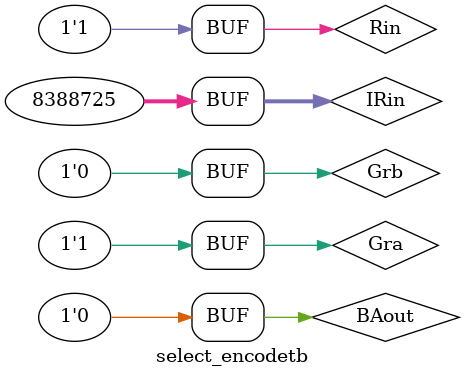
<source format=v>
`timescale 1ns/1ps

module select_encodetb();
	reg Gra, Grb, Grc, Rin, Rout, BAout;
	reg [31:0] IRin;
	wire [15:0] registersIn, registersOut;
	wire [31:0] CsignExt;
	selectAndEncode selogic(Gra, Grb, Grc, Rin, Rout, BAout, IRin, registersIn, registersOut, CsignExt);

	initial begin 
	IRin <= 31'h00800075;
	#10
	Grb <= 1; BAout <= 1;
	
	#15 Grb <= 0; BAout <= 0;
	
	#10 Gra <= 1; Rin <=1;
	end
	
endmodule
</source>
